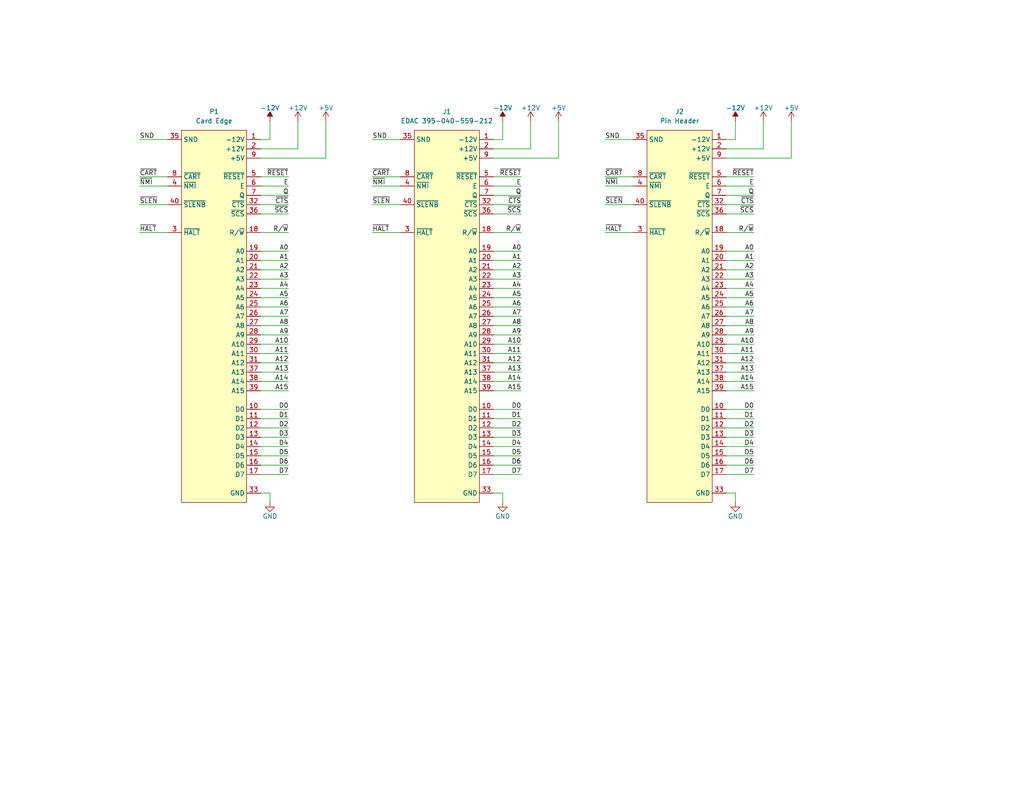
<source format=kicad_sch>
(kicad_sch (version 20231120) (generator "eeschema") (generator_version "8.0")
  (paper "USLetter")
  (title_block (title "TRS-80 CoCo Cartridge Extender") (date "2023-12-12") (rev "v0.1") (company "© 2023 Sam Hanes, licensed under CERN-OHL-W v2") (comment 1 "https://github.com/elemecca/coco-chameleon"))
  (lib_symbols
    (symbol "0Project:CoCo_Cart" (in_bom no)
      (property "Reference" "P" (at 0 39.37 0))
      (property "Value" "Card Edge" (at 5.08 22.86 0))
      (symbol "CoCo_Cart_1_1"
        (rectangle (start -8.89 38.1) (end 8.89 -63.5) (fill (type background)))
        (pin power_out line (at 12.7 35.56 180) (length 3.81) (name "-12V") (number "1"))
        (pin tri_state line (at 12.7 -38.1 180) (length 3.81) (name "D0") (number "10"))
        (pin tri_state line (at 12.7 -40.64 180) (length 3.81) (name "D1") (number "11"))
        (pin tri_state line (at 12.7 -43.18 180) (length 3.81) (name "D2") (number "12"))
        (pin tri_state line (at 12.7 -45.72 180) (length 3.81) (name "D3") (number "13"))
        (pin tri_state line (at 12.7 -48.26 180) (length 3.81) (name "D4") (number "14"))
        (pin tri_state line (at 12.7 -50.8 180) (length 3.81) (name "D5") (number "15"))
        (pin tri_state line (at 12.7 -53.34 180) (length 3.81) (name "D6") (number "16"))
        (pin tri_state line (at 12.7 -55.88 180) (length 3.81) (name "D7") (number "17"))
        (pin tri_state line (at 12.7 10.16 180) (length 3.81) (name "R/~{W}") (number "18"))
        (pin tri_state line (at 12.7 5.08 180) (length 3.81) (name "A0") (number "19"))
        (pin power_out line (at 12.7 33.02 180) (length 3.81) (name "+12V") (number "2"))
        (pin tri_state line (at 12.7 2.54 180) (length 3.81) (name "A1") (number "20"))
        (pin tri_state line (at 12.7 0 180) (length 3.81) (name "A2") (number "21"))
        (pin tri_state line (at 12.7 -2.54 180) (length 3.81) (name "A3") (number "22"))
        (pin tri_state line (at 12.7 -5.08 180) (length 3.81) (name "A4") (number "23"))
        (pin tri_state line (at 12.7 -7.62 180) (length 3.81) (name "A5") (number "24"))
        (pin tri_state line (at 12.7 -10.16 180) (length 3.81) (name "A6") (number "25"))
        (pin tri_state line (at 12.7 -12.7 180) (length 3.81) (name "A7") (number "26"))
        (pin tri_state line (at 12.7 -15.24 180) (length 3.81) (name "A8") (number "27"))
        (pin tri_state line (at 12.7 -17.78 180) (length 3.81) (name "A9") (number "28"))
        (pin tri_state line (at 12.7 -20.32 180) (length 3.81) (name "A10") (number "29"))
        (pin input line (at -12.7 10.16 0) (length 3.81) (name "~{HALT}") (number "3"))
        (pin tri_state line (at 12.7 -22.86 180) (length 3.81) (name "A11") (number "30"))
        (pin tri_state line (at 12.7 -25.4 180) (length 3.81) (name "A12") (number "31"))
        (pin output line (at 12.7 17.78 180) (length 3.81) (name "~{CTS}") (number "32"))
        (pin power_out line (at 12.7 -60.96 180) (length 3.81) (name "GND") (number "33"))
        (pin passive line (at 12.7 -60.96 180) (length 3.81) hide (name "GND") (number "34"))
        (pin input line (at -12.7 35.56 0) (length 3.81) (name "SND") (number "35"))
        (pin output line (at 12.7 15.24 180) (length 3.81) (name "~{SCS}") (number "36"))
        (pin tri_state line (at 12.7 -27.94 180) (length 3.81) (name "A13") (number "37"))
        (pin tri_state line (at 12.7 -30.48 180) (length 3.81) (name "A14") (number "38"))
        (pin tri_state line (at 12.7 -33.02 180) (length 3.81) (name "A15") (number "39"))
        (pin input line (at -12.7 22.86 0) (length 3.81) (name "~{NMI}") (number "4"))
        (pin input line (at -12.7 17.78 0) (length 3.81) (name "~{SLENB}") (number "40"))
        (pin bidirectional line (at 12.7 25.4 180) (length 3.81) (name "~{RESET}") (number "5"))
        (pin output line (at 12.7 22.86 180) (length 3.81) (name "E") (number "6"))
        (pin output line (at 12.7 20.32 180) (length 3.81) (name "Q") (number "7"))
        (pin input line (at -12.7 25.4 0) (length 3.81) (name "~{CART}") (number "8"))
        (pin power_out line (at 12.7 30.48 180) (length 3.81) (name "+5V") (number "9"))
      )
    )
    (symbol "power:+12V" (power) (pin_numbers hide) (pin_names (offset 0) hide)
      (property "Value" "+12V" (at 0 3.556 0))
      (symbol "+12V_0_1"
        (polyline (pts (xy -0.762 1.27) (xy 0 2.54)))
        (polyline (pts (xy 0 0) (xy 0 2.54)))
        (polyline (pts (xy 0 2.54) (xy 0.762 1.27)))
      )
      (symbol "+12V_1_1"
        (pin power_in line (at 0 0 90) (length 0) (name "~") (number "1"))
      )
    )
    (symbol "power:+5V" (power) (pin_numbers hide) (pin_names (offset 0) hide)
      (property "Value" "+5V" (at 0 3.556 0))
      (symbol "+5V_0_1"
        (polyline (pts (xy -0.762 1.27) (xy 0 2.54)))
        (polyline (pts (xy 0 0) (xy 0 2.54)))
        (polyline (pts (xy 0 2.54) (xy 0.762 1.27)))
      )
      (symbol "+5V_1_1"
        (pin power_in line (at 0 0 90) (length 0) (name "~") (number "1"))
      )
    )
    (symbol "power:-12V" (power) (pin_numbers hide) (pin_names (offset 0) hide)
      (property "Value" "-12V" (at 0 3.556 0))
      (symbol "-12V_0_0"
        (pin power_in line (at 0 0 90) (length 0) (name "~") (number "1"))
      )
      (symbol "-12V_0_1"
        (polyline (pts (xy 0 0) (xy 0 1.27) (xy 0.762 1.27) (xy 0 2.54) (xy -0.762 1.27) (xy 0 1.27)) (fill (type outline)))
      )
    )
    (symbol "power:GND" (power) (pin_numbers hide) (pin_names (offset 0) hide)
      (property "Value" "GND" (at 0 -3.81 0))
      (symbol "GND_0_1"
        (polyline (pts (xy 0 0) (xy 0 -1.27) (xy 1.27 -1.27) (xy 0 -2.54) (xy -1.27 -1.27) (xy 0 -1.27)))
      )
      (symbol "GND_1_1"
        (pin power_in line (at 0 0 270) (length 0) (name "~") (number "1"))
      )
    )
  )
  (wire (pts (xy 134.62 88.9) (xy 142.24 88.9)))
  (wire (pts (xy 198.12 55.88) (xy 205.74 55.88)))
  (wire (pts (xy 71.12 111.76) (xy 78.74 111.76)))
  (wire (pts (xy 134.62 43.18) (xy 152.4 43.18)))
  (wire (pts (xy 165.1 63.5) (xy 172.72 63.5)))
  (wire (pts (xy 73.66 33.02) (xy 73.66 38.1)))
  (wire (pts (xy 198.12 43.18) (xy 215.9 43.18)))
  (wire (pts (xy 71.12 99.06) (xy 78.74 99.06)))
  (wire (pts (xy 101.6 50.8) (xy 109.22 50.8)))
  (wire (pts (xy 71.12 48.26) (xy 78.74 48.26)))
  (wire (pts (xy 198.12 116.84) (xy 205.74 116.84)))
  (wire (pts (xy 198.12 38.1) (xy 200.66 38.1)))
  (wire (pts (xy 71.12 55.88) (xy 78.74 55.88)))
  (wire (pts (xy 134.62 104.14) (xy 142.24 104.14)))
  (wire (pts (xy 198.12 40.64) (xy 208.28 40.64)))
  (wire (pts (xy 198.12 73.66) (xy 205.74 73.66)))
  (wire (pts (xy 198.12 50.8) (xy 205.74 50.8)))
  (wire (pts (xy 198.12 58.42) (xy 205.74 58.42)))
  (wire (pts (xy 38.1 50.8) (xy 45.72 50.8)))
  (wire (pts (xy 134.62 124.46) (xy 142.24 124.46)))
  (wire (pts (xy 134.62 73.66) (xy 142.24 73.66)))
  (wire (pts (xy 198.12 68.58) (xy 205.74 68.58)))
  (wire (pts (xy 134.62 119.38) (xy 142.24 119.38)))
  (wire (pts (xy 134.62 129.54) (xy 142.24 129.54)))
  (wire (pts (xy 198.12 101.6) (xy 205.74 101.6)))
  (wire (pts (xy 152.4 33.02) (xy 152.4 43.18)))
  (wire (pts (xy 134.62 58.42) (xy 142.24 58.42)))
  (wire (pts (xy 101.6 48.26) (xy 109.22 48.26)))
  (wire (pts (xy 134.62 71.12) (xy 142.24 71.12)))
  (wire (pts (xy 101.6 55.88) (xy 109.22 55.88)))
  (wire (pts (xy 71.12 116.84) (xy 78.74 116.84)))
  (wire (pts (xy 134.62 76.2) (xy 142.24 76.2)))
  (wire (pts (xy 71.12 83.82) (xy 78.74 83.82)))
  (wire (pts (xy 165.1 50.8) (xy 172.72 50.8)))
  (wire (pts (xy 38.1 38.1) (xy 45.72 38.1)))
  (wire (pts (xy 134.62 116.84) (xy 142.24 116.84)))
  (wire (pts (xy 71.12 43.18) (xy 88.9 43.18)))
  (wire (pts (xy 71.12 86.36) (xy 78.74 86.36)))
  (wire (pts (xy 200.66 134.62) (xy 198.12 134.62)))
  (wire (pts (xy 198.12 48.26) (xy 205.74 48.26)))
  (wire (pts (xy 71.12 73.66) (xy 78.74 73.66)))
  (wire (pts (xy 198.12 104.14) (xy 205.74 104.14)))
  (wire (pts (xy 134.62 53.34) (xy 142.24 53.34)))
  (wire (pts (xy 134.62 83.82) (xy 142.24 83.82)))
  (wire (pts (xy 71.12 106.68) (xy 78.74 106.68)))
  (wire (pts (xy 71.12 121.92) (xy 78.74 121.92)))
  (wire (pts (xy 198.12 91.44) (xy 205.74 91.44)))
  (wire (pts (xy 71.12 81.28) (xy 78.74 81.28)))
  (wire (pts (xy 198.12 88.9) (xy 205.74 88.9)))
  (wire (pts (xy 134.62 99.06) (xy 142.24 99.06)))
  (wire (pts (xy 134.62 86.36) (xy 142.24 86.36)))
  (wire (pts (xy 134.62 96.52) (xy 142.24 96.52)))
  (wire (pts (xy 134.62 114.3) (xy 142.24 114.3)))
  (wire (pts (xy 200.66 33.02) (xy 200.66 38.1)))
  (wire (pts (xy 73.66 137.16) (xy 73.66 134.62)))
  (wire (pts (xy 134.62 91.44) (xy 142.24 91.44)))
  (wire (pts (xy 198.12 96.52) (xy 205.74 96.52)))
  (wire (pts (xy 165.1 48.26) (xy 172.72 48.26)))
  (wire (pts (xy 198.12 76.2) (xy 205.74 76.2)))
  (wire (pts (xy 198.12 53.34) (xy 205.74 53.34)))
  (wire (pts (xy 198.12 119.38) (xy 205.74 119.38)))
  (wire (pts (xy 71.12 68.58) (xy 78.74 68.58)))
  (wire (pts (xy 134.62 101.6) (xy 142.24 101.6)))
  (wire (pts (xy 198.12 93.98) (xy 205.74 93.98)))
  (wire (pts (xy 134.62 68.58) (xy 142.24 68.58)))
  (wire (pts (xy 71.12 93.98) (xy 78.74 93.98)))
  (wire (pts (xy 81.28 33.02) (xy 81.28 40.64)))
  (wire (pts (xy 101.6 63.5) (xy 109.22 63.5)))
  (wire (pts (xy 134.62 93.98) (xy 142.24 93.98)))
  (wire (pts (xy 198.12 63.5) (xy 205.74 63.5)))
  (wire (pts (xy 71.12 101.6) (xy 78.74 101.6)))
  (wire (pts (xy 71.12 53.34) (xy 78.74 53.34)))
  (wire (pts (xy 71.12 124.46) (xy 78.74 124.46)))
  (wire (pts (xy 134.62 106.68) (xy 142.24 106.68)))
  (wire (pts (xy 71.12 76.2) (xy 78.74 76.2)))
  (wire (pts (xy 198.12 114.3) (xy 205.74 114.3)))
  (wire (pts (xy 134.62 50.8) (xy 142.24 50.8)))
  (wire (pts (xy 198.12 83.82) (xy 205.74 83.82)))
  (wire (pts (xy 38.1 48.26) (xy 45.72 48.26)))
  (wire (pts (xy 134.62 55.88) (xy 142.24 55.88)))
  (wire (pts (xy 134.62 40.64) (xy 144.78 40.64)))
  (wire (pts (xy 71.12 88.9) (xy 78.74 88.9)))
  (wire (pts (xy 71.12 78.74) (xy 78.74 78.74)))
  (wire (pts (xy 71.12 71.12) (xy 78.74 71.12)))
  (wire (pts (xy 38.1 55.88) (xy 45.72 55.88)))
  (wire (pts (xy 71.12 119.38) (xy 78.74 119.38)))
  (wire (pts (xy 73.66 134.62) (xy 71.12 134.62)))
  (wire (pts (xy 198.12 81.28) (xy 205.74 81.28)))
  (wire (pts (xy 198.12 121.92) (xy 205.74 121.92)))
  (wire (pts (xy 88.9 33.02) (xy 88.9 43.18)))
  (wire (pts (xy 198.12 111.76) (xy 205.74 111.76)))
  (wire (pts (xy 200.66 137.16) (xy 200.66 134.62)))
  (wire (pts (xy 71.12 40.64) (xy 81.28 40.64)))
  (wire (pts (xy 71.12 129.54) (xy 78.74 129.54)))
  (wire (pts (xy 134.62 78.74) (xy 142.24 78.74)))
  (wire (pts (xy 165.1 55.88) (xy 172.72 55.88)))
  (wire (pts (xy 165.1 38.1) (xy 172.72 38.1)))
  (wire (pts (xy 71.12 58.42) (xy 78.74 58.42)))
  (wire (pts (xy 134.62 81.28) (xy 142.24 81.28)))
  (wire (pts (xy 71.12 127) (xy 78.74 127)))
  (wire (pts (xy 134.62 63.5) (xy 142.24 63.5)))
  (wire (pts (xy 208.28 33.02) (xy 208.28 40.64)))
  (wire (pts (xy 198.12 106.68) (xy 205.74 106.68)))
  (wire (pts (xy 137.16 134.62) (xy 134.62 134.62)))
  (wire (pts (xy 137.16 33.02) (xy 137.16 38.1)))
  (wire (pts (xy 101.6 38.1) (xy 109.22 38.1)))
  (wire (pts (xy 198.12 78.74) (xy 205.74 78.74)))
  (wire (pts (xy 134.62 111.76) (xy 142.24 111.76)))
  (wire (pts (xy 71.12 104.14) (xy 78.74 104.14)))
  (wire (pts (xy 198.12 86.36) (xy 205.74 86.36)))
  (wire (pts (xy 134.62 48.26) (xy 142.24 48.26)))
  (wire (pts (xy 71.12 96.52) (xy 78.74 96.52)))
  (wire (pts (xy 198.12 124.46) (xy 205.74 124.46)))
  (wire (pts (xy 134.62 38.1) (xy 137.16 38.1)))
  (wire (pts (xy 71.12 114.3) (xy 78.74 114.3)))
  (wire (pts (xy 215.9 33.02) (xy 215.9 43.18)))
  (wire (pts (xy 71.12 91.44) (xy 78.74 91.44)))
  (wire (pts (xy 198.12 99.06) (xy 205.74 99.06)))
  (wire (pts (xy 198.12 127) (xy 205.74 127)))
  (wire (pts (xy 198.12 71.12) (xy 205.74 71.12)))
  (wire (pts (xy 71.12 50.8) (xy 78.74 50.8)))
  (wire (pts (xy 38.1 63.5) (xy 45.72 63.5)))
  (wire (pts (xy 71.12 38.1) (xy 73.66 38.1)))
  (wire (pts (xy 137.16 137.16) (xy 137.16 134.62)))
  (wire (pts (xy 71.12 63.5) (xy 78.74 63.5)))
  (wire (pts (xy 198.12 129.54) (xy 205.74 129.54)))
  (wire (pts (xy 134.62 121.92) (xy 142.24 121.92)))
  (wire (pts (xy 144.78 33.02) (xy 144.78 40.64)))
  (wire (pts (xy 134.62 127) (xy 142.24 127)))
  (label "D7" (at 78.74 129.54 180))
  (label "A0" (at 78.74 68.58 180))
  (label "D0" (at 142.24 111.76 180))
  (label "A8" (at 78.74 88.9 180))
  (label "A13" (at 142.24 101.6 180))
  (label "~{NMI}" (at 101.6 50.8 0))
  (label "A5" (at 142.24 81.28 180))
  (label "D3" (at 78.74 119.38 180))
  (label "SND" (at 101.6 38.1 0))
  (label "A5" (at 205.74 81.28 180))
  (label "A14" (at 142.24 104.14 180))
  (label "~{CART}" (at 165.1 48.26 0))
  (label "E" (at 142.24 50.8 180))
  (label "~{SCS}" (at 78.74 58.42 180))
  (label "~{CTS}" (at 205.74 55.88 180))
  (label "D3" (at 205.74 119.38 180))
  (label "A1" (at 142.24 71.12 180))
  (label "~{RESET}" (at 78.74 48.26 180))
  (label "R{slash}~{W}" (at 78.74 63.5 180))
  (label "A9" (at 78.74 91.44 180))
  (label "~{HALT}" (at 101.6 63.5 0))
  (label "D1" (at 205.74 114.3 180))
  (label "A4" (at 205.74 78.74 180))
  (label "A12" (at 205.74 99.06 180))
  (label "A15" (at 205.74 106.68 180))
  (label "D4" (at 78.74 121.92 180))
  (label "A2" (at 142.24 73.66 180))
  (label "D1" (at 78.74 114.3 180))
  (label "A13" (at 205.74 101.6 180))
  (label "D0" (at 78.74 111.76 180))
  (label "A5" (at 78.74 81.28 180))
  (label "D3" (at 142.24 119.38 180))
  (label "A10" (at 142.24 93.98 180))
  (label "~{SLEN}" (at 165.1 55.88 0))
  (label "A6" (at 142.24 83.82 180))
  (label "A12" (at 78.74 99.06 180))
  (label "A14" (at 78.74 104.14 180))
  (label "D5" (at 78.74 124.46 180))
  (label "~{SCS}" (at 205.74 58.42 180))
  (label "D5" (at 205.74 124.46 180))
  (label "Q" (at 142.24 53.34 180))
  (label "D6" (at 78.74 127 180))
  (label "A6" (at 205.74 83.82 180))
  (label "A0" (at 205.74 68.58 180))
  (label "A11" (at 78.74 96.52 180))
  (label "~{SCS}" (at 142.24 58.42 180))
  (label "A1" (at 78.74 71.12 180))
  (label "~{SLEN}" (at 38.1 55.88 0))
  (label "D2" (at 142.24 116.84 180))
  (label "D1" (at 142.24 114.3 180))
  (label "A9" (at 142.24 91.44 180))
  (label "Q" (at 205.74 53.34 180))
  (label "~{NMI}" (at 165.1 50.8 0))
  (label "D7" (at 142.24 129.54 180))
  (label "D0" (at 205.74 111.76 180))
  (label "D2" (at 78.74 116.84 180))
  (label "~{RESET}" (at 205.74 48.26 180))
  (label "A7" (at 142.24 86.36 180))
  (label "~{RESET}" (at 142.24 48.26 180))
  (label "D5" (at 142.24 124.46 180))
  (label "E" (at 205.74 50.8 180))
  (label "R{slash}~{W}" (at 205.74 63.5 180))
  (label "~{NMI}" (at 38.1 50.8 0))
  (label "A8" (at 205.74 88.9 180))
  (label "A3" (at 205.74 76.2 180))
  (label "~{SLEN}" (at 101.6 55.88 0))
  (label "D6" (at 205.74 127 180))
  (label "A10" (at 205.74 93.98 180))
  (label "A7" (at 205.74 86.36 180))
  (label "A12" (at 142.24 99.06 180))
  (label "D7" (at 205.74 129.54 180))
  (label "A13" (at 78.74 101.6 180))
  (label "A2" (at 205.74 73.66 180))
  (label "~{CTS}" (at 142.24 55.88 180))
  (label "D4" (at 205.74 121.92 180))
  (label "SND" (at 165.1 38.1 0))
  (label "~{HALT}" (at 38.1 63.5 0))
  (label "D6" (at 142.24 127 180))
  (label "A2" (at 78.74 73.66 180))
  (label "Q" (at 78.74 53.34 180))
  (label "A6" (at 78.74 83.82 180))
  (label "~{CART}" (at 101.6 48.26 0))
  (label "E" (at 78.74 50.8 180))
  (label "R{slash}~{W}" (at 142.24 63.5 180))
  (label "A8" (at 142.24 88.9 180))
  (label "A11" (at 205.74 96.52 180))
  (label "~{CART}" (at 38.1 48.26 0))
  (label "A14" (at 205.74 104.14 180))
  (label "A4" (at 78.74 78.74 180))
  (label "D2" (at 205.74 116.84 180))
  (label "~{HALT}" (at 165.1 63.5 0))
  (label "A3" (at 142.24 76.2 180))
  (label "A15" (at 78.74 106.68 180))
  (label "A4" (at 142.24 78.74 180))
  (label "A0" (at 142.24 68.58 180))
  (label "~{CTS}" (at 78.74 55.88 180))
  (label "A3" (at 78.74 76.2 180))
  (label "A15" (at 142.24 106.68 180))
  (label "A7" (at 78.74 86.36 180))
  (label "A11" (at 142.24 96.52 180))
  (label "D4" (at 142.24 121.92 180))
  (label "A9" (at 205.74 91.44 180))
  (label "A1" (at 205.74 71.12 180))
  (label "A10" (at 78.74 93.98 180))
  (label "SND" (at 38.1 38.1 0))
  (symbol (lib_id "power:-12V") (at 73.66 33.02 0) (unit 1)
    (property "Reference" "#PWR06" (effects (hide yes)))
    (property "Value" "-12V" (at 73.66 29.464 0))
    (property "Description" "Power symbol creates a global label with name \"-12V\"" (effects (hide yes)))
  )
  (symbol (lib_id "power:-12V") (at 200.66 33.02 0) (unit 1)
    (property "Reference" "#PWR09" (effects (hide yes)))
    (property "Value" "-12V" (at 200.66 29.464 0))
    (property "Description" "Power symbol creates a global label with name \"-12V\"" (effects (hide yes)))
  )
  (symbol (lib_id "power:+5V") (at 152.4 33.02 0) (unit 1)
    (property "Reference" "#PWR08" (effects (hide yes)))
    (property "Value" "+5V" (at 152.4 29.464 0))
    (property "Description" "Power symbol creates a global label with name \"+5V\"" (effects (hide yes)))
  )
  (symbol (lib_id "power:GND") (at 200.66 137.16 0) (unit 1)
    (property "Reference" "#PWR010" (effects (hide yes)))
    (property "Value" "GND" (at 200.66 140.97 0))
    (property "Description" "Power symbol creates a global label with name \"GND\" , ground" (effects (hide yes)))
  )
  (symbol (lib_id "power:+12V") (at 208.28 33.02 0) (unit 1)
    (property "Reference" "#PWR011" (effects (hide yes)))
    (property "Value" "+12V" (at 208.28 29.464 0))
    (property "Description" "Power symbol creates a global label with name \"+12V\"" (effects (hide yes)))
  )
  (symbol (lib_id "0Project:CoCo_Cart") (at 185.42 73.66 0) (unit 1)
    (property "Reference" "J2" (at 185.42 30.48 0))
    (property "Value" "Pin Header" (at 185.42 33.02 0))
    (property "Footprint" "Connector_PinHeader_2.54mm:PinHeader_2x20_P2.54mm_Vertical" (effects (hide yes)))
    (property "Datasheet" "https://colorcomputerarchive.com/repo/Documents/Manuals/Hardware/Color%20Computer%202%20NTSC%20Service%20Manual%20(26-3134%20&%2026-3136)%20(Tandy).pdf" (effects (hide yes)))
  )
  (symbol (lib_id "power:GND") (at 73.66 137.16 0) (unit 1)
    (property "Reference" "#PWR02" (effects (hide yes)))
    (property "Value" "GND" (at 73.66 140.97 0))
    (property "Description" "Power symbol creates a global label with name \"GND\" , ground" (effects (hide yes)))
  )
  (symbol (lib_id "power:GND") (at 137.16 137.16 0) (unit 1)
    (property "Reference" "#PWR04" (effects (hide yes)))
    (property "Value" "GND" (at 137.16 140.97 0))
    (property "Description" "Power symbol creates a global label with name \"GND\" , ground" (effects (hide yes)))
  )
  (symbol (lib_id "power:+5V") (at 215.9 33.02 0) (unit 1)
    (property "Reference" "#PWR012" (effects (hide yes)))
    (property "Value" "+5V" (at 215.9 29.464 0))
    (property "Description" "Power symbol creates a global label with name \"+5V\"" (effects (hide yes)))
  )
  (symbol (lib_id "power:+12V") (at 81.28 33.02 0) (unit 1)
    (property "Reference" "#PWR05" (effects (hide yes)))
    (property "Value" "+12V" (at 81.28 29.464 0))
    (property "Description" "Power symbol creates a global label with name \"+12V\"" (effects (hide yes)))
  )
  (symbol (lib_id "0Project:CoCo_Cart") (at 121.92 73.66 0) (unit 1)
    (property "Reference" "J1" (at 121.92 30.48 0))
    (property "Value" "EDAC 395-040-559-212" (at 121.92 33.02 0))
    (property "Footprint" "0Project:EDAC_395-040-559-212" (effects (hide yes)))
    (property "Datasheet" "https://files.edac.net/edac/content/395/395-040-559-212%20-%20EDAC%20Card%20Edge%20Connector.PDF" (effects (hide yes)))
  )
  (symbol (lib_id "power:+12V") (at 144.78 33.02 0) (unit 1)
    (property "Reference" "#PWR07" (effects (hide yes)))
    (property "Value" "+12V" (at 144.78 29.464 0))
    (property "Description" "Power symbol creates a global label with name \"+12V\"" (effects (hide yes)))
  )
  (symbol (lib_id "power:+5V") (at 88.9 33.02 0) (unit 1)
    (property "Reference" "#PWR01" (effects (hide yes)))
    (property "Value" "+5V" (at 88.9 29.464 0))
    (property "Description" "Power symbol creates a global label with name \"+5V\"" (effects (hide yes)))
  )
  (symbol (lib_id "power:-12V") (at 137.16 33.02 0) (unit 1)
    (property "Reference" "#PWR03" (effects (hide yes)))
    (property "Value" "-12V" (at 137.16 29.464 0))
    (property "Description" "Power symbol creates a global label with name \"-12V\"" (effects (hide yes)))
  )
  (symbol (lib_id "0Project:CoCo_Cart") (at 58.42 73.66 0) (unit 1) (in_bom no)
    (property "Reference" "P1" (at 58.42 30.48 0))
    (property "Value" "Card Edge" (at 58.42 33.02 0))
    (property "Footprint" "0Project:CoCo_Cart" (effects (hide yes)))
    (property "Datasheet" "https://colorcomputerarchive.com/repo/Documents/Manuals/Hardware/Color%20Computer%202%20NTSC%20Service%20Manual%20(26-3134%20&%2026-3136)%20(Tandy).pdf" (effects (hide yes)))
  )
)
</source>
